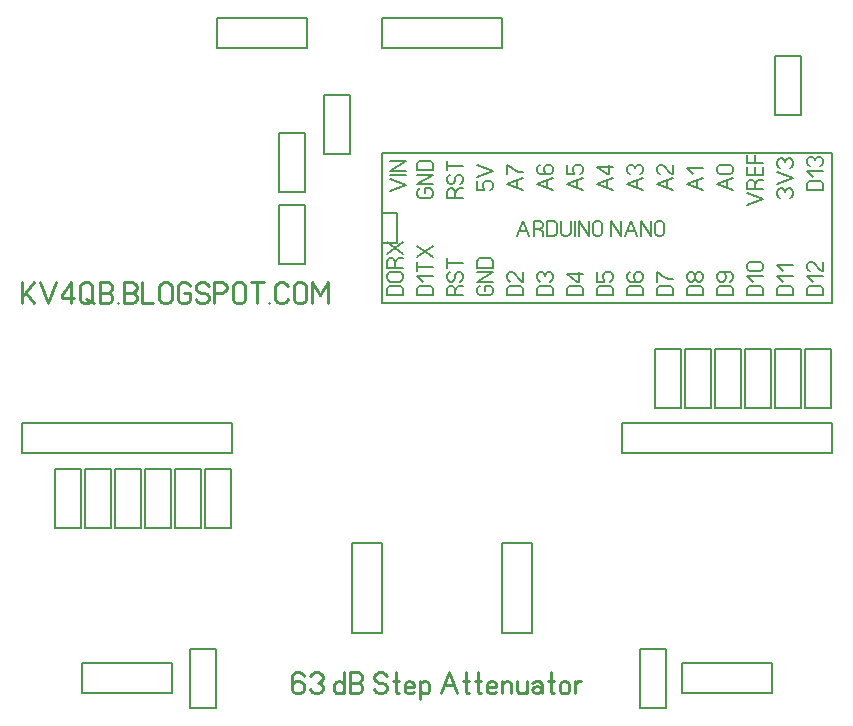
<source format=gbr>
%FSLAX34Y34*%
%MOMM*%
%LNSILK_TOP*%
G71*
G01*
%ADD10C, 0.150*%
%ADD11C, 0.167*%
%ADD12C, 0.222*%
%LPD*%
G54D10*
X342900Y952500D02*
X342900Y977900D01*
X444500Y977900D01*
X444500Y952500D01*
X342900Y952500D01*
G54D10*
X38100Y609600D02*
X38100Y635000D01*
X215900Y635000D01*
X215900Y609600D01*
X38100Y609600D01*
G54D10*
X546100Y609600D02*
X546100Y635000D01*
X723900Y635000D01*
X723900Y609600D01*
X546100Y609600D01*
G54D10*
X673100Y431800D02*
X673100Y406400D01*
X596900Y406400D01*
X596900Y431800D01*
X673100Y431800D01*
G54D10*
X165100Y431800D02*
X165100Y406400D01*
X88900Y406400D01*
X88900Y431800D01*
X165100Y431800D01*
G54D10*
X342900Y863600D02*
X342900Y736600D01*
X723900Y736600D01*
X723900Y863600D01*
X342900Y863600D01*
G54D10*
X342900Y812800D02*
X342900Y787400D01*
X355600Y787400D01*
X355600Y812800D01*
X342900Y812800D01*
G54D11*
X350164Y831687D02*
X363498Y836687D01*
X350164Y841687D01*
G54D11*
X363498Y845354D02*
X350164Y845354D01*
G54D11*
X363498Y849021D02*
X350164Y849021D01*
X363498Y857021D01*
X350164Y857021D01*
G54D11*
X379658Y829924D02*
X379658Y833924D01*
X383825Y833924D01*
X385492Y832924D01*
X386325Y830924D01*
X386325Y828924D01*
X385492Y826924D01*
X383825Y825924D01*
X375492Y825924D01*
X373825Y826924D01*
X372992Y828924D01*
X372992Y830924D01*
X373825Y832924D01*
X375492Y833924D01*
G54D11*
X386325Y837591D02*
X372992Y837591D01*
X386325Y845591D01*
X372992Y845591D01*
G54D11*
X386325Y849258D02*
X372992Y849258D01*
X372992Y854258D01*
X373825Y856258D01*
X375492Y857258D01*
X383825Y857258D01*
X385492Y856258D01*
X386325Y854258D01*
X386325Y849258D01*
G54D11*
X405058Y829924D02*
X406725Y832924D01*
X408392Y833924D01*
X411725Y833924D01*
G54D11*
X411725Y825924D02*
X398392Y825924D01*
X398392Y830924D01*
X399225Y832924D01*
X400892Y833924D01*
X402558Y833924D01*
X404225Y832924D01*
X405058Y830924D01*
X405058Y825924D01*
G54D11*
X409225Y837591D02*
X410892Y838591D01*
X411725Y840591D01*
X411725Y842591D01*
X410892Y844591D01*
X409225Y845591D01*
X407558Y845591D01*
X405892Y844591D01*
X405058Y842591D01*
X405058Y840591D01*
X404225Y838591D01*
X402558Y837591D01*
X400892Y837591D01*
X399225Y838591D01*
X398392Y840591D01*
X398392Y842591D01*
X399225Y844591D01*
X400892Y845591D01*
G54D11*
X411725Y853258D02*
X398392Y853258D01*
G54D11*
X398392Y849258D02*
X398392Y857258D01*
G54D11*
X423792Y840274D02*
X423792Y832274D01*
X429625Y832274D01*
X429625Y833274D01*
X428792Y835274D01*
X428792Y837274D01*
X429625Y839274D01*
X431292Y840274D01*
X434625Y840274D01*
X436292Y839274D01*
X437125Y837274D01*
X437125Y835274D01*
X436292Y833274D01*
X434625Y832274D01*
G54D11*
X423792Y843941D02*
X437125Y848941D01*
X423792Y853941D01*
G54D11*
X462525Y832274D02*
X449192Y837274D01*
X462525Y842274D01*
G54D11*
X457525Y834274D02*
X457525Y840274D01*
G54D11*
X449192Y845941D02*
X449192Y853941D01*
X450858Y852941D01*
X453358Y850941D01*
X456692Y848941D01*
X459192Y847941D01*
X462525Y847941D01*
G54D11*
X487925Y832274D02*
X474592Y837274D01*
X487925Y842274D01*
G54D11*
X482925Y834274D02*
X482925Y840274D01*
G54D11*
X477092Y853941D02*
X475425Y852941D01*
X474592Y850941D01*
X474592Y848941D01*
X475425Y846941D01*
X477092Y845941D01*
X481258Y845941D01*
X482092Y845941D01*
X480425Y848941D01*
X480425Y850941D01*
X481258Y852941D01*
X482925Y853941D01*
X485425Y853941D01*
X487092Y852941D01*
X487925Y850941D01*
X487925Y848941D01*
X487092Y846941D01*
X485425Y845941D01*
X481258Y845941D01*
G54D11*
X513325Y832274D02*
X499992Y837274D01*
X513325Y842274D01*
G54D11*
X508325Y834274D02*
X508325Y840274D01*
G54D11*
X499992Y853941D02*
X499992Y845941D01*
X505825Y845941D01*
X505825Y846941D01*
X504992Y848941D01*
X504992Y850941D01*
X505825Y852941D01*
X507492Y853941D01*
X510825Y853941D01*
X512492Y852941D01*
X513325Y850941D01*
X513325Y848941D01*
X512492Y846941D01*
X510825Y845941D01*
G54D11*
X538725Y832274D02*
X525392Y837274D01*
X538725Y842274D01*
G54D11*
X533725Y834274D02*
X533725Y840274D01*
G54D11*
X538725Y851941D02*
X525392Y851941D01*
X533725Y845941D01*
X535392Y845941D01*
X535392Y853941D01*
G54D11*
X564125Y832274D02*
X550792Y837274D01*
X564125Y842274D01*
G54D11*
X559125Y834274D02*
X559125Y840274D01*
G54D11*
X553292Y845941D02*
X551625Y846941D01*
X550792Y848941D01*
X550792Y850941D01*
X551625Y852941D01*
X553292Y853941D01*
X554958Y853941D01*
X556625Y852941D01*
X557458Y850941D01*
X558292Y852941D01*
X559958Y853941D01*
X561625Y853941D01*
X563292Y852941D01*
X564125Y850941D01*
X564125Y848941D01*
X563292Y846941D01*
X561625Y845941D01*
G54D11*
X589525Y832274D02*
X576192Y837274D01*
X589525Y842274D01*
G54D11*
X584525Y834274D02*
X584525Y840274D01*
G54D11*
X589525Y853941D02*
X589525Y845941D01*
X588692Y845941D01*
X587025Y846941D01*
X582025Y852941D01*
X580358Y853941D01*
X578692Y853941D01*
X577025Y852941D01*
X576192Y850941D01*
X576192Y848941D01*
X577025Y846941D01*
X578692Y845941D01*
G54D11*
X614925Y832274D02*
X601592Y837274D01*
X614925Y842274D01*
G54D11*
X609925Y834274D02*
X609925Y840274D01*
G54D11*
X606592Y845941D02*
X601592Y850941D01*
X614925Y850941D01*
G54D11*
X640325Y832274D02*
X626992Y837274D01*
X640325Y842274D01*
G54D11*
X635325Y834274D02*
X635325Y840274D01*
G54D11*
X629492Y853941D02*
X637825Y853941D01*
X639492Y852941D01*
X640325Y850941D01*
X640325Y848941D01*
X639492Y846941D01*
X637825Y845941D01*
X629492Y845941D01*
X627825Y846941D01*
X626992Y848941D01*
X626992Y850941D01*
X627825Y852941D01*
X629492Y853941D01*
G54D11*
X652392Y819574D02*
X665725Y824574D01*
X652392Y829574D01*
G54D11*
X659058Y837241D02*
X660725Y840241D01*
X662392Y841241D01*
X665725Y841241D01*
G54D11*
X665725Y833241D02*
X652392Y833241D01*
X652392Y838241D01*
X653225Y840241D01*
X654892Y841241D01*
X656558Y841241D01*
X658225Y840241D01*
X659058Y838241D01*
X659058Y833241D01*
G54D11*
X665725Y851908D02*
X665725Y844908D01*
X652392Y844908D01*
X652392Y851908D01*
G54D11*
X659058Y844908D02*
X659058Y851908D01*
G54D11*
X665725Y855575D02*
X652392Y855575D01*
X652392Y862575D01*
G54D11*
X659058Y855575D02*
X659058Y862575D01*
G54D11*
X680292Y825924D02*
X678625Y826924D01*
X677792Y828924D01*
X677792Y830924D01*
X678625Y832924D01*
X680292Y833924D01*
X681958Y833924D01*
X683625Y832924D01*
X684458Y830924D01*
X685292Y832924D01*
X686958Y833924D01*
X688625Y833924D01*
X690292Y832924D01*
X691125Y830924D01*
X691125Y828924D01*
X690292Y826924D01*
X688625Y825924D01*
G54D11*
X677792Y837591D02*
X691125Y842591D01*
X677792Y847591D01*
G54D11*
X680292Y851258D02*
X678625Y852258D01*
X677792Y854258D01*
X677792Y856258D01*
X678625Y858258D01*
X680292Y859258D01*
X681958Y859258D01*
X683625Y858258D01*
X684458Y856258D01*
X685292Y858258D01*
X686958Y859258D01*
X688625Y859258D01*
X690292Y858258D01*
X691125Y856258D01*
X691125Y854258D01*
X690292Y852258D01*
X688625Y851258D01*
G54D11*
X716525Y832274D02*
X703192Y832274D01*
X703192Y837274D01*
X704025Y839274D01*
X705692Y840274D01*
X714025Y840274D01*
X715692Y839274D01*
X716525Y837274D01*
X716525Y832274D01*
G54D11*
X708192Y843941D02*
X703192Y848941D01*
X716525Y848941D01*
G54D11*
X705692Y852608D02*
X704025Y853608D01*
X703192Y855608D01*
X703192Y857608D01*
X704025Y859608D01*
X705692Y860608D01*
X707358Y860608D01*
X709025Y859608D01*
X709858Y857608D01*
X710692Y859608D01*
X712358Y860608D01*
X714025Y860608D01*
X715692Y859608D01*
X716525Y857608D01*
X716525Y855608D01*
X715692Y853608D01*
X714025Y852608D01*
G54D11*
X716525Y743374D02*
X703192Y743374D01*
X703192Y748374D01*
X704025Y750374D01*
X705692Y751374D01*
X714025Y751374D01*
X715692Y750374D01*
X716525Y748374D01*
X716525Y743374D01*
G54D11*
X708192Y755041D02*
X703192Y760041D01*
X716525Y760041D01*
G54D11*
X716525Y771708D02*
X716525Y763708D01*
X715692Y763708D01*
X714025Y764708D01*
X709025Y770708D01*
X707358Y771708D01*
X705692Y771708D01*
X704025Y770708D01*
X703192Y768708D01*
X703192Y766708D01*
X704025Y764708D01*
X705692Y763708D01*
G54D11*
X691125Y743374D02*
X677792Y743374D01*
X677792Y748374D01*
X678625Y750374D01*
X680292Y751374D01*
X688625Y751374D01*
X690292Y750374D01*
X691125Y748374D01*
X691125Y743374D01*
G54D11*
X682792Y755041D02*
X677792Y760041D01*
X691125Y760041D01*
G54D11*
X682792Y763708D02*
X677792Y768708D01*
X691125Y768708D01*
G54D11*
X665725Y743374D02*
X652392Y743374D01*
X652392Y748374D01*
X653225Y750374D01*
X654892Y751374D01*
X663225Y751374D01*
X664892Y750374D01*
X665725Y748374D01*
X665725Y743374D01*
G54D11*
X657392Y755041D02*
X652392Y760041D01*
X665725Y760041D01*
G54D11*
X654892Y771708D02*
X663225Y771708D01*
X664892Y770708D01*
X665725Y768708D01*
X665725Y766708D01*
X664892Y764708D01*
X663225Y763708D01*
X654892Y763708D01*
X653225Y764708D01*
X652392Y766708D01*
X652392Y768708D01*
X653225Y770708D01*
X654892Y771708D01*
G54D11*
X640325Y743374D02*
X626992Y743374D01*
X626992Y748374D01*
X627825Y750374D01*
X629492Y751374D01*
X637825Y751374D01*
X639492Y750374D01*
X640325Y748374D01*
X640325Y743374D01*
G54D11*
X637825Y755041D02*
X639492Y756041D01*
X640325Y758041D01*
X640325Y760041D01*
X639492Y762041D01*
X637825Y763041D01*
X633658Y763041D01*
X632825Y763041D01*
X634492Y760041D01*
X634492Y758041D01*
X633658Y756041D01*
X631992Y755041D01*
X629492Y755041D01*
X627825Y756041D01*
X626992Y758041D01*
X626992Y760041D01*
X627825Y762041D01*
X629492Y763041D01*
X633658Y763041D01*
G54D11*
X614925Y743374D02*
X601592Y743374D01*
X601592Y748374D01*
X602425Y750374D01*
X604092Y751374D01*
X612425Y751374D01*
X614092Y750374D01*
X614925Y748374D01*
X614925Y743374D01*
G54D11*
X608258Y760041D02*
X608258Y758041D01*
X607425Y756041D01*
X605758Y755041D01*
X604092Y755041D01*
X602425Y756041D01*
X601592Y758041D01*
X601592Y760041D01*
X602425Y762041D01*
X604092Y763041D01*
X605758Y763041D01*
X607425Y762041D01*
X608258Y760041D01*
X609092Y762041D01*
X610758Y763041D01*
X612425Y763041D01*
X614092Y762041D01*
X614925Y760041D01*
X614925Y758041D01*
X614092Y756041D01*
X612425Y755041D01*
X610758Y755041D01*
X609092Y756041D01*
X608258Y758041D01*
G54D11*
X589525Y743374D02*
X576192Y743374D01*
X576192Y748374D01*
X577025Y750374D01*
X578692Y751374D01*
X587025Y751374D01*
X588692Y750374D01*
X589525Y748374D01*
X589525Y743374D01*
G54D11*
X576192Y755041D02*
X576192Y763041D01*
X577858Y762041D01*
X580358Y760041D01*
X583692Y758041D01*
X586192Y757041D01*
X589525Y757041D01*
G54D11*
X564125Y743374D02*
X550792Y743374D01*
X550792Y748374D01*
X551625Y750374D01*
X553292Y751374D01*
X561625Y751374D01*
X563292Y750374D01*
X564125Y748374D01*
X564125Y743374D01*
G54D11*
X553292Y763041D02*
X551625Y762041D01*
X550792Y760041D01*
X550792Y758041D01*
X551625Y756041D01*
X553292Y755041D01*
X557458Y755041D01*
X558292Y755041D01*
X556625Y758041D01*
X556625Y760041D01*
X557458Y762041D01*
X559125Y763041D01*
X561625Y763041D01*
X563292Y762041D01*
X564125Y760041D01*
X564125Y758041D01*
X563292Y756041D01*
X561625Y755041D01*
X557458Y755041D01*
G54D11*
X538725Y743374D02*
X525392Y743374D01*
X525392Y748374D01*
X526225Y750374D01*
X527892Y751374D01*
X536225Y751374D01*
X537892Y750374D01*
X538725Y748374D01*
X538725Y743374D01*
G54D11*
X525392Y763041D02*
X525392Y755041D01*
X531225Y755041D01*
X531225Y756041D01*
X530392Y758041D01*
X530392Y760041D01*
X531225Y762041D01*
X532892Y763041D01*
X536225Y763041D01*
X537892Y762041D01*
X538725Y760041D01*
X538725Y758041D01*
X537892Y756041D01*
X536225Y755041D01*
G54D11*
X513325Y743374D02*
X499992Y743374D01*
X499992Y748374D01*
X500825Y750374D01*
X502492Y751374D01*
X510825Y751374D01*
X512492Y750374D01*
X513325Y748374D01*
X513325Y743374D01*
G54D11*
X513325Y761041D02*
X499992Y761041D01*
X508325Y755041D01*
X509992Y755041D01*
X509992Y763041D01*
G54D11*
X487925Y743374D02*
X474592Y743374D01*
X474592Y748374D01*
X475425Y750374D01*
X477092Y751374D01*
X485425Y751374D01*
X487092Y750374D01*
X487925Y748374D01*
X487925Y743374D01*
G54D11*
X477092Y755041D02*
X475425Y756041D01*
X474592Y758041D01*
X474592Y760041D01*
X475425Y762041D01*
X477092Y763041D01*
X478758Y763041D01*
X480425Y762041D01*
X481258Y760041D01*
X482092Y762041D01*
X483758Y763041D01*
X485425Y763041D01*
X487092Y762041D01*
X487925Y760041D01*
X487925Y758041D01*
X487092Y756041D01*
X485425Y755041D01*
G54D11*
X462525Y743374D02*
X449192Y743374D01*
X449192Y748374D01*
X450025Y750374D01*
X451692Y751374D01*
X460025Y751374D01*
X461692Y750374D01*
X462525Y748374D01*
X462525Y743374D01*
G54D11*
X462525Y763041D02*
X462525Y755041D01*
X461692Y755041D01*
X460025Y756041D01*
X455025Y762041D01*
X453358Y763041D01*
X451692Y763041D01*
X450025Y762041D01*
X449192Y760041D01*
X449192Y758041D01*
X450025Y756041D01*
X451692Y755041D01*
G54D11*
X386325Y743374D02*
X372992Y743374D01*
X372992Y748374D01*
X373825Y750374D01*
X375492Y751374D01*
X383825Y751374D01*
X385492Y750374D01*
X386325Y748374D01*
X386325Y743374D01*
G54D11*
X377992Y755041D02*
X372992Y760041D01*
X386325Y760041D01*
G54D11*
X386325Y767708D02*
X372992Y767708D01*
G54D11*
X372992Y763708D02*
X372992Y771708D01*
G54D11*
X372992Y775375D02*
X386325Y785375D01*
G54D11*
X386325Y775375D02*
X372992Y785375D01*
G54D11*
X360925Y743374D02*
X347592Y743374D01*
X347592Y748374D01*
X348425Y750374D01*
X350092Y751374D01*
X358425Y751374D01*
X360092Y750374D01*
X360925Y748374D01*
X360925Y743374D01*
G54D11*
X350092Y763041D02*
X358425Y763041D01*
X360092Y762041D01*
X360925Y760041D01*
X360925Y758041D01*
X360092Y756041D01*
X358425Y755041D01*
X350092Y755041D01*
X348425Y756041D01*
X347592Y758041D01*
X347592Y760041D01*
X348425Y762041D01*
X350092Y763041D01*
G54D11*
X354258Y770708D02*
X355925Y773708D01*
X357592Y774708D01*
X360925Y774708D01*
G54D11*
X360925Y766708D02*
X347592Y766708D01*
X347592Y771708D01*
X348425Y773708D01*
X350092Y774708D01*
X351758Y774708D01*
X353425Y773708D01*
X354258Y771708D01*
X354258Y766708D01*
G54D11*
X347592Y778375D02*
X360925Y788375D01*
G54D11*
X360925Y778375D02*
X347592Y788375D01*
G54D11*
X430458Y747374D02*
X430458Y751374D01*
X434625Y751374D01*
X436292Y750374D01*
X437125Y748374D01*
X437125Y746374D01*
X436292Y744374D01*
X434625Y743374D01*
X426292Y743374D01*
X424625Y744374D01*
X423792Y746374D01*
X423792Y748374D01*
X424625Y750374D01*
X426292Y751374D01*
G54D11*
X437125Y755041D02*
X423792Y755041D01*
X437125Y763041D01*
X423792Y763041D01*
G54D11*
X437125Y766708D02*
X423792Y766708D01*
X423792Y771708D01*
X424625Y773708D01*
X426292Y774708D01*
X434625Y774708D01*
X436292Y773708D01*
X437125Y771708D01*
X437125Y766708D01*
G54D11*
X405058Y747374D02*
X406725Y750374D01*
X408392Y751374D01*
X411725Y751374D01*
G54D11*
X411725Y743374D02*
X398392Y743374D01*
X398392Y748374D01*
X399225Y750374D01*
X400892Y751374D01*
X402558Y751374D01*
X404225Y750374D01*
X405058Y748374D01*
X405058Y743374D01*
G54D11*
X409225Y755041D02*
X410892Y756041D01*
X411725Y758041D01*
X411725Y760041D01*
X410892Y762041D01*
X409225Y763041D01*
X407558Y763041D01*
X405892Y762041D01*
X405058Y760041D01*
X405058Y758041D01*
X404225Y756041D01*
X402558Y755041D01*
X400892Y755041D01*
X399225Y756041D01*
X398392Y758041D01*
X398392Y760041D01*
X399225Y762041D01*
X400892Y763041D01*
G54D11*
X411725Y770708D02*
X398392Y770708D01*
G54D11*
X398392Y766708D02*
X398392Y774708D01*
G54D11*
X457861Y793225D02*
X462861Y806559D01*
X467861Y793225D01*
G54D11*
X459861Y798225D02*
X465861Y798225D01*
G54D11*
X475528Y799892D02*
X478528Y798225D01*
X479528Y796559D01*
X479528Y793225D01*
G54D11*
X471528Y793225D02*
X471528Y806559D01*
X476528Y806559D01*
X478528Y805725D01*
X479528Y804059D01*
X479528Y802392D01*
X478528Y800725D01*
X476528Y799892D01*
X471528Y799892D01*
G54D11*
X483195Y793225D02*
X483195Y806559D01*
X488195Y806559D01*
X490195Y805725D01*
X491195Y804059D01*
X491195Y795725D01*
X490195Y794059D01*
X488195Y793225D01*
X483195Y793225D01*
G54D11*
X494862Y806559D02*
X494862Y795725D01*
X495862Y794059D01*
X497862Y793225D01*
X499862Y793225D01*
X501862Y794059D01*
X502862Y795725D01*
X502862Y806559D01*
G54D11*
X506529Y793225D02*
X506529Y806559D01*
G54D11*
X510196Y793225D02*
X510196Y806559D01*
X518196Y793225D01*
X518196Y806559D01*
G54D11*
X529863Y804059D02*
X529863Y795725D01*
X528863Y794059D01*
X526863Y793225D01*
X524863Y793225D01*
X522863Y794059D01*
X521863Y795725D01*
X521863Y804059D01*
X522863Y805725D01*
X524863Y806559D01*
X526863Y806559D01*
X528863Y805725D01*
X529863Y804059D01*
G54D11*
X537397Y793225D02*
X537397Y806559D01*
X545397Y793225D01*
X545397Y806559D01*
G54D11*
X549064Y793225D02*
X554064Y806559D01*
X559064Y793225D01*
G54D11*
X551064Y798225D02*
X557064Y798225D01*
G54D11*
X562731Y793225D02*
X562731Y806559D01*
X570731Y793225D01*
X570731Y806559D01*
G54D11*
X582398Y804059D02*
X582398Y795725D01*
X581398Y794059D01*
X579398Y793225D01*
X577398Y793225D01*
X575398Y794059D01*
X574398Y795725D01*
X574398Y804059D01*
X575398Y805725D01*
X577398Y806559D01*
X579398Y806559D01*
X581398Y805725D01*
X582398Y804059D01*
G54D10*
X574500Y698100D02*
X596500Y698100D01*
X596500Y648100D01*
X574500Y648100D01*
X574500Y698100D01*
G54D10*
X599900Y698100D02*
X621900Y698100D01*
X621900Y648100D01*
X599900Y648100D01*
X599900Y698100D01*
G54D10*
X625300Y698100D02*
X647300Y698100D01*
X647300Y648100D01*
X625300Y648100D01*
X625300Y698100D01*
G54D10*
X650700Y698100D02*
X672700Y698100D01*
X672700Y648100D01*
X650700Y648100D01*
X650700Y698100D01*
G54D10*
X676100Y698100D02*
X698100Y698100D01*
X698100Y648100D01*
X676100Y648100D01*
X676100Y698100D01*
G54D10*
X701500Y698100D02*
X723500Y698100D01*
X723500Y648100D01*
X701500Y648100D01*
X701500Y698100D01*
G54D10*
X66500Y596500D02*
X88500Y596500D01*
X88500Y546500D01*
X66500Y546500D01*
X66500Y596500D01*
G54D10*
X91900Y596500D02*
X113900Y596500D01*
X113900Y546500D01*
X91900Y546500D01*
X91900Y596500D01*
G54D10*
X117300Y596500D02*
X139300Y596500D01*
X139300Y546500D01*
X117300Y546500D01*
X117300Y596500D01*
G54D10*
X142700Y596500D02*
X164700Y596500D01*
X164700Y546500D01*
X142700Y546500D01*
X142700Y596500D01*
G54D10*
X168100Y596500D02*
X190100Y596500D01*
X190100Y546500D01*
X168100Y546500D01*
X168100Y596500D01*
G54D10*
X193500Y596500D02*
X215500Y596500D01*
X215500Y546500D01*
X193500Y546500D01*
X193500Y596500D01*
G54D10*
X317500Y533400D02*
X342900Y533400D01*
X342900Y457200D01*
X317500Y457200D01*
X317500Y533400D01*
G54D10*
X444500Y533400D02*
X469900Y533400D01*
X469900Y457200D01*
X444500Y457200D01*
X444500Y533400D01*
G54D10*
X203200Y952500D02*
X203200Y977900D01*
X279400Y977900D01*
X279400Y952500D01*
X203200Y952500D01*
G54D10*
X202800Y394100D02*
X180800Y394100D01*
X180800Y444100D01*
X202800Y444100D01*
X202800Y394100D01*
G54D10*
X293800Y912700D02*
X315800Y912700D01*
X315800Y862700D01*
X293800Y862700D01*
X293800Y912700D01*
G54D10*
X583800Y394100D02*
X561800Y394100D01*
X561800Y444100D01*
X583800Y444100D01*
X583800Y394100D01*
G54D10*
X676100Y945750D02*
X698100Y945750D01*
X698100Y895750D01*
X676100Y895750D01*
X676100Y945750D01*
G54D10*
X277700Y770050D02*
X255700Y770050D01*
X255700Y820050D01*
X277700Y820050D01*
X277700Y770050D01*
G54D10*
X255700Y880950D02*
X277700Y880950D01*
X277700Y830950D01*
X255700Y830950D01*
X255700Y880950D01*
G54D12*
X277367Y420844D02*
X276033Y423067D01*
X273367Y424178D01*
X270700Y424178D01*
X268033Y423067D01*
X266700Y420844D01*
X266700Y415289D01*
X266700Y414178D01*
X270700Y416400D01*
X273367Y416400D01*
X276033Y415289D01*
X277367Y413067D01*
X277367Y409733D01*
X276033Y407511D01*
X273367Y406400D01*
X270700Y406400D01*
X268033Y407511D01*
X266700Y409733D01*
X266700Y415289D01*
G54D12*
X282256Y420844D02*
X283589Y423067D01*
X286256Y424178D01*
X288923Y424178D01*
X291589Y423067D01*
X292923Y420844D01*
X292923Y418622D01*
X291589Y416400D01*
X288923Y415289D01*
X291589Y414178D01*
X292923Y411956D01*
X292923Y409733D01*
X291589Y407511D01*
X288923Y406400D01*
X286256Y406400D01*
X283589Y407511D01*
X282256Y409733D01*
G54D12*
X310968Y406400D02*
X310968Y424178D01*
G54D12*
X310968Y413511D02*
X309635Y415733D01*
X306968Y416400D01*
X304301Y415733D01*
X302968Y413511D01*
X302968Y409067D01*
X304301Y406844D01*
X306968Y406400D01*
X309635Y406844D01*
X310968Y409067D01*
G54D12*
X315857Y406400D02*
X315857Y424178D01*
X322524Y424178D01*
X325190Y423067D01*
X326524Y420844D01*
X326524Y418622D01*
X325190Y416400D01*
X322524Y415289D01*
X325190Y414178D01*
X326524Y411956D01*
X326524Y409733D01*
X325190Y407511D01*
X322524Y406400D01*
X315857Y406400D01*
G54D12*
X315857Y415289D02*
X322524Y415289D01*
G54D12*
X336569Y409733D02*
X337902Y407511D01*
X340569Y406400D01*
X343236Y406400D01*
X345902Y407511D01*
X347236Y409733D01*
X347236Y411956D01*
X345902Y414178D01*
X343236Y415289D01*
X340569Y415289D01*
X337902Y416400D01*
X336569Y418622D01*
X336569Y420844D01*
X337902Y423067D01*
X340569Y424178D01*
X343236Y424178D01*
X345902Y423067D01*
X347236Y420844D01*
G54D12*
X354792Y424178D02*
X354792Y407511D01*
X356125Y406400D01*
X357458Y406844D01*
G54D12*
X352125Y416400D02*
X357458Y416400D01*
G54D12*
X370347Y407511D02*
X368214Y406400D01*
X365547Y406400D01*
X362880Y407511D01*
X362347Y409733D01*
X362347Y413511D01*
X363680Y415733D01*
X366347Y416400D01*
X369014Y415733D01*
X370347Y414178D01*
X370347Y411956D01*
X362347Y411956D01*
G54D12*
X375236Y416400D02*
X375236Y401956D01*
G54D12*
X375236Y409733D02*
X376569Y406844D01*
X379236Y406400D01*
X381903Y406844D01*
X383236Y409067D01*
X383236Y413511D01*
X381903Y415733D01*
X379236Y416400D01*
X376569Y415733D01*
X375236Y413067D01*
G54D12*
X393281Y406400D02*
X399948Y424178D01*
X406614Y406400D01*
G54D12*
X395948Y413067D02*
X403948Y413067D01*
G54D12*
X414170Y424178D02*
X414170Y407511D01*
X415503Y406400D01*
X416836Y406844D01*
G54D12*
X411503Y416400D02*
X416836Y416400D01*
G54D12*
X424392Y424178D02*
X424392Y407511D01*
X425725Y406400D01*
X427058Y406844D01*
G54D12*
X421725Y416400D02*
X427058Y416400D01*
G54D12*
X439947Y407511D02*
X437814Y406400D01*
X435147Y406400D01*
X432480Y407511D01*
X431947Y409733D01*
X431947Y413511D01*
X433280Y415733D01*
X435947Y416400D01*
X438614Y415733D01*
X439947Y414178D01*
X439947Y411956D01*
X431947Y411956D01*
G54D12*
X444836Y406400D02*
X444836Y416400D01*
G54D12*
X444836Y414178D02*
X446169Y415733D01*
X448836Y416400D01*
X451503Y415733D01*
X452836Y414178D01*
X452836Y406400D01*
G54D12*
X465725Y416400D02*
X465725Y406400D01*
G54D12*
X465725Y408622D02*
X464392Y406844D01*
X461725Y406400D01*
X459058Y406844D01*
X457725Y408622D01*
X457725Y416400D01*
G54D12*
X470614Y415289D02*
X473281Y416400D01*
X476481Y416400D01*
X478614Y414178D01*
X478614Y406400D01*
G54D12*
X478614Y409733D02*
X477281Y411956D01*
X474614Y412400D01*
X471947Y411956D01*
X470614Y409733D01*
X471147Y407511D01*
X473281Y406400D01*
X474614Y406400D01*
X475147Y406400D01*
X477281Y407511D01*
X478614Y409733D01*
G54D12*
X486170Y424178D02*
X486170Y407511D01*
X487503Y406400D01*
X488836Y406844D01*
G54D12*
X483503Y416400D02*
X488836Y416400D01*
G54D12*
X501725Y409067D02*
X501725Y413511D01*
X500392Y415733D01*
X497725Y416400D01*
X495058Y415733D01*
X493725Y413511D01*
X493725Y409067D01*
X495058Y406844D01*
X497725Y406400D01*
X500392Y406844D01*
X501725Y409067D01*
G54D12*
X506614Y406400D02*
X506614Y416400D01*
G54D12*
X506614Y414178D02*
X509281Y416400D01*
X511947Y416400D01*
G54D12*
X38100Y736600D02*
X38100Y754378D01*
G54D12*
X38100Y742156D02*
X48767Y754378D01*
G54D12*
X42100Y745489D02*
X48767Y736600D01*
G54D12*
X53656Y754378D02*
X60323Y736600D01*
X66989Y754378D01*
G54D12*
X79878Y736600D02*
X79878Y754378D01*
X71878Y743267D01*
X71878Y741044D01*
X82545Y741044D01*
G54D12*
X92767Y739933D02*
X99434Y736600D01*
G54D12*
X98101Y751044D02*
X98101Y739933D01*
X96767Y737711D01*
X94101Y736600D01*
X91434Y736600D01*
X88767Y737711D01*
X87434Y739933D01*
X87434Y751044D01*
X88767Y753267D01*
X91434Y754378D01*
X94101Y754378D01*
X96767Y753267D01*
X98101Y751044D01*
G54D12*
X104323Y736600D02*
X104323Y754378D01*
X110990Y754378D01*
X113656Y753267D01*
X114990Y751044D01*
X114990Y748822D01*
X113656Y746600D01*
X110990Y745489D01*
X113656Y744378D01*
X114990Y742156D01*
X114990Y739933D01*
X113656Y737711D01*
X110990Y736600D01*
X104323Y736600D01*
G54D12*
X104323Y745489D02*
X110990Y745489D01*
G54D12*
X119879Y736600D02*
X119879Y736600D01*
G54D12*
X124768Y736600D02*
X124768Y754378D01*
X131435Y754378D01*
X134101Y753267D01*
X135435Y751044D01*
X135435Y748822D01*
X134101Y746600D01*
X131435Y745489D01*
X134101Y744378D01*
X135435Y742156D01*
X135435Y739933D01*
X134101Y737711D01*
X131435Y736600D01*
X124768Y736600D01*
G54D12*
X124768Y745489D02*
X131435Y745489D01*
G54D12*
X140324Y754378D02*
X140324Y736600D01*
X149657Y736600D01*
G54D12*
X165213Y751044D02*
X165213Y739933D01*
X163879Y737711D01*
X161213Y736600D01*
X158546Y736600D01*
X155879Y737711D01*
X154546Y739933D01*
X154546Y751044D01*
X155879Y753267D01*
X158546Y754378D01*
X161213Y754378D01*
X163879Y753267D01*
X165213Y751044D01*
G54D12*
X175435Y745489D02*
X180769Y745489D01*
X180769Y739933D01*
X179435Y737711D01*
X176769Y736600D01*
X174102Y736600D01*
X171435Y737711D01*
X170102Y739933D01*
X170102Y751044D01*
X171435Y753267D01*
X174102Y754378D01*
X176769Y754378D01*
X179435Y753267D01*
X180769Y751044D01*
G54D12*
X185658Y739933D02*
X186991Y737711D01*
X189658Y736600D01*
X192325Y736600D01*
X194991Y737711D01*
X196325Y739933D01*
X196325Y742156D01*
X194991Y744378D01*
X192325Y745489D01*
X189658Y745489D01*
X186991Y746600D01*
X185658Y748822D01*
X185658Y751044D01*
X186991Y753267D01*
X189658Y754378D01*
X192325Y754378D01*
X194991Y753267D01*
X196325Y751044D01*
G54D12*
X201214Y736600D02*
X201214Y754378D01*
X207881Y754378D01*
X210547Y753267D01*
X211881Y751044D01*
X211881Y748822D01*
X210547Y746600D01*
X207881Y745489D01*
X201214Y745489D01*
G54D12*
X227437Y751044D02*
X227437Y739933D01*
X226103Y737711D01*
X223437Y736600D01*
X220770Y736600D01*
X218103Y737711D01*
X216770Y739933D01*
X216770Y751044D01*
X218103Y753267D01*
X220770Y754378D01*
X223437Y754378D01*
X226103Y753267D01*
X227437Y751044D01*
G54D12*
X237659Y736600D02*
X237659Y754378D01*
G54D12*
X232326Y754378D02*
X242993Y754378D01*
G54D12*
X247882Y736600D02*
X247882Y736600D01*
G54D12*
X263438Y739933D02*
X262104Y737711D01*
X259438Y736600D01*
X256771Y736600D01*
X254104Y737711D01*
X252771Y739933D01*
X252771Y751044D01*
X254104Y753267D01*
X256771Y754378D01*
X259438Y754378D01*
X262104Y753267D01*
X263438Y751044D01*
G54D12*
X278994Y751044D02*
X278994Y739933D01*
X277660Y737711D01*
X274994Y736600D01*
X272327Y736600D01*
X269660Y737711D01*
X268327Y739933D01*
X268327Y751044D01*
X269660Y753267D01*
X272327Y754378D01*
X274994Y754378D01*
X277660Y753267D01*
X278994Y751044D01*
G54D12*
X283883Y736600D02*
X283883Y754378D01*
X290550Y743267D01*
X297216Y754378D01*
X297216Y736600D01*
M02*

</source>
